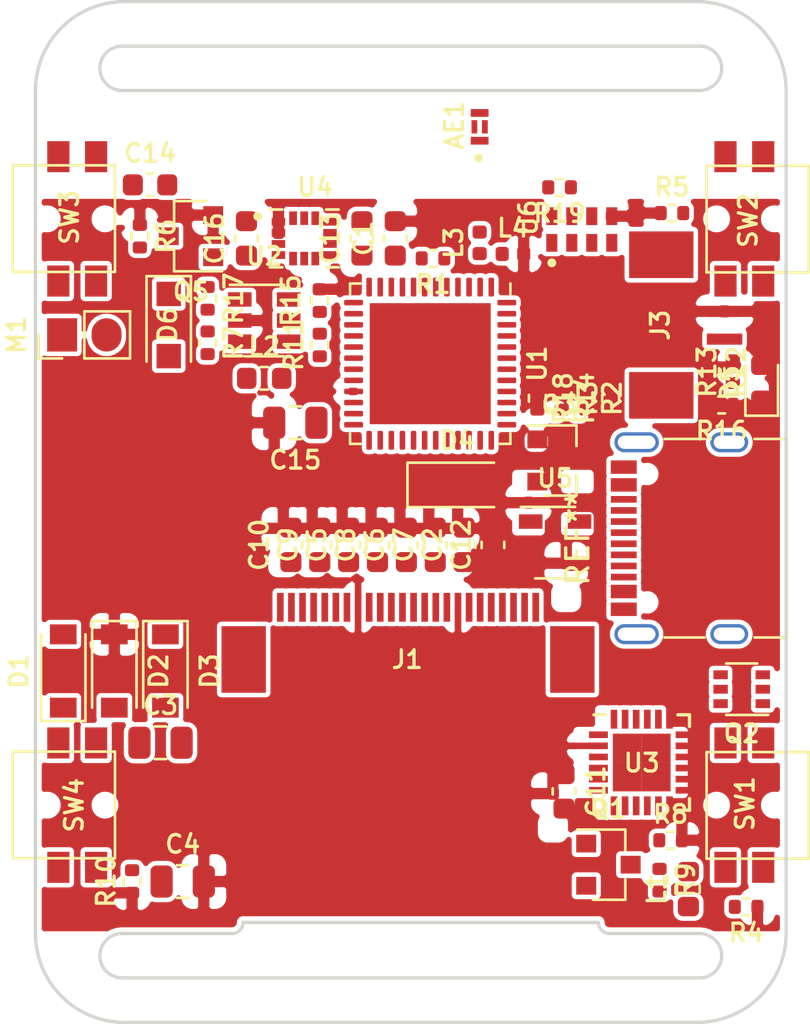
<source format=kicad_pcb>
(kicad_pcb (version 20171130) (host pcbnew 5.1.8-db9833491~88~ubuntu20.04.1)
  (layers (0 F.Cu signal) (31 B.Cu signal) (34 B.Paste user) (35 F.Paste user) (36 B.SilkS user) (37 F.SilkS user hide) (38 B.Mask user hide) (39 F.Mask user hide) (44 Edge.Cuts user))
  (net 0 "")
  (net 1 GND)
  (net 2 EN)
  (net 3 +3V3)
  (net 4 PREVGH)
  (net 5 PREVGL)
  (net 6 VBUS)
  (net 7 BUSY)
  (net 8 RES)
  (net 9 DC)
  (net 10 MOSI)
  (net 11 SCK)
  (net 12 SS)
  (net 13 RESE)
  (net 14 GDR)
  (net 15 "Net-(J2-Pad2)")
  (net 16 "Net-(J2-Pad3)")
  (net 17 RTS)
  (net 18 GPIO0)
  (net 19 DTR)
  (net 20 SDA)
  (net 21 SCL)
  (net 22 BTN_1)
  (net 23 BTN_2)
  (net 24 BTN_3)
  (net 25 +BATT)
  (net 26 "Net-(D5-Pad1)")
  (net 27 BTN_4)
  (net 28 ADC)
  (net 29 RTC_INT)
  (net 30 VIB_PWM)
  (net 31 TX)
  (net 32 RX)
  (net 33 ACC_INT_2)
  (net 34 ACC_INT_1)
  (net 35 "Net-(U3-Pad25)")
  (net 36 "Net-(C2-Pad1)")
  (net 37 "Net-(C3-Pad1)")
  (net 38 "Net-(C3-Pad2)")
  (net 39 "Net-(C6-Pad1)")
  (net 40 "Net-(C8-Pad1)")
  (net 41 "Net-(C9-Pad1)")
  (net 42 "Net-(C10-Pad1)")
  (net 43 "Net-(C14-Pad2)")
  (net 44 "Net-(Q5-Pad1)")
  (net 45 "Net-(D4-Pad1)")
  (net 46 "Net-(R16-Pad2)")
  (net 47 "Net-(AE1-Pad4)")
  (net 48 "Net-(C12-Pad1)")
  (net 49 "Net-(C15-Pad1)")
  (net 50 "Net-(L2-Pad1)")
  (net 51 "Net-(L3-Pad1)")
  (net 52 "Net-(R11-Pad2)")
  (net 53 "Net-(R18-Pad2)")
  (net 54 "Net-(R19-Pad2)")
  (module Connector_USB:USB_C_Receptacle_Palconn_UTC16-G (layer F.Cu) (at 97.7 94.31 90)
    (fp_text reference REF** (at 0 -4.58 90) (layer F.SilkS))
    (fp_text value USB_C_Receptacle_Palconn_UTC16-G)
    (pad A12 smd rect (at 3.2 -2.51 90) (size 0.6 1.16) (layers F.Cu F.Paste F.Mask))
    (pad A9 smd rect (at 2.4 -2.51 90) (size 0.6 1.16) (layers F.Cu F.Paste F.Mask))
    (pad B1 smd rect (at 3.2 -2.51 90) (size 0.6 1.16) (layers F.Cu F.Paste F.Mask))
    (pad B4 smd rect (at 2.4 -2.51 90) (size 0.6 1.16) (layers F.Cu F.Paste F.Mask))
    (pad B12 smd rect (at -3.2 -2.51 90) (size 0.6 1.16) (layers F.Cu F.Paste F.Mask))
    (pad A1 smd rect (at -3.2 -2.51 90) (size 0.6 1.16) (layers F.Cu F.Paste F.Mask))
    (pad B9 smd rect (at -2.4 -2.51 90) (size 0.6 1.16) (layers F.Cu F.Paste F.Mask))
    (pad A4 smd rect (at -2.4 -2.51 90) (size 0.6 1.16) (layers F.Cu F.Paste F.Mask))
    (pad "" np_thru_hole circle (at -2.89 -1.45 270) (size 0.6 0.6) (drill 0.6) (layers *.Cu *.Mask))
    (pad "" np_thru_hole circle (at 2.89 -1.45 270) (size 0.6 0.6) (drill 0.6) (layers *.Cu *.Mask))
    (pad B5 smd rect (at 1.75 -2.51 270) (size 0.3 1.16) (layers F.Cu F.Paste F.Mask))
    (pad B6 smd rect (at 0.75 -2.51 270) (size 0.3 1.16) (layers F.Cu F.Paste F.Mask))
    (pad A8 smd rect (at 1.25 -2.51 270) (size 0.3 1.16) (layers F.Cu F.Paste F.Mask))
    (pad A5 smd rect (at -1.25 -2.51 270) (size 0.3 1.16) (layers F.Cu F.Paste F.Mask))
    (pad B8 smd rect (at -1.75 -2.51 270) (size 0.3 1.16) (layers F.Cu F.Paste F.Mask))
    (pad A7 smd rect (at 0.25 -2.51 270) (size 0.3 1.16) (layers F.Cu F.Paste F.Mask))
    (pad A6 smd rect (at -0.25 -2.51 270) (size 0.3 1.16) (layers F.Cu F.Paste F.Mask))
    (pad B7 smd rect (at -0.75 -2.51 270) (size 0.3 1.16) (layers F.Cu F.Paste F.Mask))
    (pad S1 thru_hole oval (at 4.32 2.24 180) (size 1.7 0.9) (drill oval 1.4 0.6) (layers *.Cu *.Mask))
    (pad S1 thru_hole oval (at -4.32 2.24 180) (size 1.7 0.9) (drill oval 1.4 0.6) (layers *.Cu *.Mask))
    (pad S1 thru_hole oval (at 4.32 -1.93 180) (size 2 0.9) (drill oval 1.7 0.6) (layers *.Cu *.Mask))
    (pad S1 thru_hole oval (at -4.32 -1.93 180) (size 2 0.9) (drill oval 1.7 0.6) (layers *.Cu *.Mask))
  )
  (module Inductor_SMD:L_0603_1608Metric (layer F.Cu) (at 79 87.11)
    (fp_text reference L2 (at 0 -1.43) (layer F.SilkS) (effects (font (size 0.8 0.8))))
    (fp_text value 2u2H)
    (pad 2 smd roundrect (at 0.7875 0) (size 0.875 0.95) (layers F.Cu F.Paste F.Mask) (net 49 "Net-(C15-Pad1)"))
    (pad 1 smd roundrect (at -0.7875 0) (size 0.875 0.95) (layers F.Cu F.Paste F.Mask) (net 50 "Net-(L2-Pad1)"))
  )
  (module Inductor_SMD:L_0603_1608Metric (layer F.Cu) (at 98.1 110.11 90)
    (fp_text reference L1 (at 0 -1.43 90) (layer F.SilkS) (effects (font (size 0.8 0.8))))
    (fp_text value 2u2H)
    (pad 2 smd roundrect (at 0.7875 0 90) (size 0.875 0.95) (layers F.Cu F.Paste F.Mask) (net 3 +3V3))
    (pad 1 smd roundrect (at -0.7875 0 90) (size 0.875 0.95) (layers F.Cu F.Paste F.Mask) (net 38 "Net-(C3-Pad2)"))
  )
  (module Watchy:IC_RV-3028-C7 (layer F.Cu) (at 93.3 80.41 90)
    (fp_text reference U6 (at 0.532 -2.4064 90) (layer F.SilkS) (effects (font (size 0.8 0.8))))
    (fp_text value RV-3028-C7)
    (pad 8 smd rect (at 0.6 -1.35 90) (size 0.8 0.5) (layers F.Cu F.Paste F.Mask) (net 54 "Net-(R19-Pad2)"))
    (pad 7 smd rect (at 0.6 -0.45 90) (size 0.8 0.5) (layers F.Cu F.Paste F.Mask) (net 3 +3V3))
    (pad 6 smd rect (at 0.6 0.45 90) (size 0.8 0.5) (layers F.Cu F.Paste F.Mask) (net 25 +BATT))
    (pad 5 smd rect (at 0.6 1.35 90) (size 0.8 0.5) (layers F.Cu F.Paste F.Mask) (net 1 GND))
    (pad 4 smd rect (at -0.6 1.35 90) (size 0.8 0.5) (layers F.Cu F.Paste F.Mask) (net 20 SDA))
    (pad 3 smd rect (at -0.6 0.45 90) (size 0.8 0.5) (layers F.Cu F.Paste F.Mask) (net 21 SCL))
    (pad 2 smd rect (at -0.6 -0.45 90) (size 0.8 0.5) (layers F.Cu F.Paste F.Mask) (net 29 RTC_INT))
    (pad 1 smd rect (at -0.6 -1.35 90) (size 0.8 0.5) (layers F.Cu F.Paste F.Mask))
  )
  (module Package_TO_SOT_SMD:SOT-23-5 (layer F.Cu) (at 92.1 94.51)
    (fp_text reference U5 (at 0 -2.9) (layer F.SilkS) (effects (font (size 0.8 0.8))))
    (fp_text value TP4054)
    (pad 5 smd rect (at 1.1 -0.95) (size 1.06 0.65) (layers F.Cu F.Paste F.Mask) (net 53 "Net-(R18-Pad2)"))
    (pad 4 smd rect (at 1.1 0.95) (size 1.06 0.65) (layers F.Cu F.Paste F.Mask) (net 6 VBUS))
    (pad 3 smd rect (at -1.1 0.95) (size 1.06 0.65) (layers F.Cu F.Paste F.Mask) (net 25 +BATT))
    (pad 2 smd rect (at -1.1 0) (size 1.06 0.65) (layers F.Cu F.Paste F.Mask) (net 1 GND))
    (pad 1 smd rect (at -1.1 -0.95) (size 1.06 0.65) (layers F.Cu F.Paste F.Mask) (net 46 "Net-(R16-Pad2)"))
  )
  (module Watchy:PQFN50P250X300X86-14N (layer F.Cu) (at 80.8 80.81)
    (fp_text reference U4 (at 0.49 -2.308) (layer F.SilkS) (effects (font (size 0.8 0.8))))
    (fp_text value LSM6DSOXTR)
    (pad 14 smd rect (at -0.5 -0.91) (size 0.35 0.61) (layers F.Cu F.Paste) (net 20 SDA))
    (pad 13 smd rect (at 0 -0.91) (size 0.35 0.61) (layers F.Cu F.Paste) (net 21 SCL))
    (pad 12 smd rect (at 0.5 -0.91) (size 0.35 0.61) (layers F.Cu F.Paste) (net 3 +3V3))
    (pad 11 smd rect (at 1.16 -0.75) (size 0.61 0.35) (layers F.Cu F.Paste))
    (pad 10 smd rect (at 1.16 -0.25) (size 0.61 0.35) (layers F.Cu F.Paste))
    (pad 9 smd rect (at 1.16 0.25) (size 0.61 0.35) (layers F.Cu F.Paste) (net 33 ACC_INT_2))
    (pad 8 smd rect (at 1.16 0.75) (size 0.61 0.35) (layers F.Cu F.Paste) (net 3 +3V3))
    (pad 7 smd rect (at 0.5 0.91) (size 0.35 0.61) (layers F.Cu F.Paste) (net 1 GND))
    (pad 6 smd rect (at 0 0.91) (size 0.35 0.61) (layers F.Cu F.Paste) (net 1 GND))
    (pad 5 smd rect (at -0.5 0.91) (size 0.35 0.61) (layers F.Cu F.Paste) (net 3 +3V3))
    (pad 4 smd rect (at -1.16 0.75) (size 0.61 0.35) (layers F.Cu F.Paste) (net 34 ACC_INT_1))
    (pad 3 smd rect (at -1.16 0.25) (size 0.61 0.35) (layers F.Cu F.Paste) (net 1 GND))
    (pad 2 smd rect (at -1.16 -0.25) (size 0.61 0.35) (layers F.Cu F.Paste) (net 1 GND))
    (pad 1 smd rect (at -1.16 -0.75) (size 0.61 0.35) (layers F.Cu F.Paste) (net 1 GND))
  )
  (module Package_TO_SOT_SMD:SOT-23-6 (layer F.Cu) (at 79 84.51)
    (fp_text reference U2 (at 0 -2.9) (layer F.SilkS) (effects (font (size 0.8 0.8))))
    (fp_text value MT3420C)
    (pad 5 smd rect (at 1.1 0) (size 1.06 0.65) (layers F.Cu F.Paste F.Mask))
    (pad 6 smd rect (at 1.1 -0.95) (size 1.06 0.65) (layers F.Cu F.Paste F.Mask) (net 52 "Net-(R11-Pad2)"))
    (pad 4 smd rect (at 1.1 0.95) (size 1.06 0.65) (layers F.Cu F.Paste F.Mask) (net 45 "Net-(D4-Pad1)"))
    (pad 3 smd rect (at -1.1 0.95) (size 1.06 0.65) (layers F.Cu F.Paste F.Mask) (net 50 "Net-(L2-Pad1)"))
    (pad 2 smd rect (at -1.1 0) (size 1.06 0.65) (layers F.Cu F.Paste F.Mask) (net 1 GND))
    (pad 1 smd rect (at -1.1 -0.95) (size 1.06 0.65) (layers F.Cu F.Paste F.Mask) (net 45 "Net-(D4-Pad1)"))
  )
  (module Package_DFN_QFN:QFN-48-1EP_7x7mm_P0.5mm_EP5.45x5.45mm (layer F.Cu) (at 86.47375 86.45125 270)
    (fp_text reference U1 (at 0 -4.82 90) (layer F.SilkS) (effects (font (size 0.8 0.8))))
    (fp_text value ESP32-PICO-D4)
    (pad 49 smd rect (at 0 0 270) (size 5.45 5.45) (layers F.Cu F.Mask) (net 1 GND))
    (pad 48 smd roundrect (at -2.75 -3.45 270) (size 0.25 0.85) (layers F.Cu F.Paste F.Mask))
    (pad 47 smd roundrect (at -2.25 -3.45 270) (size 0.25 0.85) (layers F.Cu F.Paste F.Mask))
    (pad 46 smd roundrect (at -1.75 -3.45 270) (size 0.25 0.85) (layers F.Cu F.Paste F.Mask) (net 3 +3V3))
    (pad 45 smd roundrect (at -1.25 -3.45 270) (size 0.25 0.85) (layers F.Cu F.Paste F.Mask))
    (pad 44 smd roundrect (at -0.75 -3.45 270) (size 0.25 0.85) (layers F.Cu F.Paste F.Mask))
    (pad 43 smd roundrect (at -0.25 -3.45 270) (size 0.25 0.85) (layers F.Cu F.Paste F.Mask) (net 3 +3V3))
    (pad 42 smd roundrect (at 0.25 -3.45 270) (size 0.25 0.85) (layers F.Cu F.Paste F.Mask) (net 20 SDA))
    (pad 41 smd roundrect (at 0.75 -3.45 270) (size 0.25 0.85) (layers F.Cu F.Paste F.Mask) (net 31 TX))
    (pad 40 smd roundrect (at 1.25 -3.45 270) (size 0.25 0.85) (layers F.Cu F.Paste F.Mask) (net 32 RX))
    (pad 39 smd roundrect (at 1.75 -3.45 270) (size 0.25 0.85) (layers F.Cu F.Paste F.Mask) (net 21 SCL))
    (pad 38 smd roundrect (at 2.25 -3.45 270) (size 0.25 0.85) (layers F.Cu F.Paste F.Mask) (net 7 BUSY))
    (pad 37 smd roundrect (at 2.75 -3.45 270) (size 0.25 0.85) (layers F.Cu F.Paste F.Mask) (net 3 +3V3))
    (pad 36 smd roundrect (at 3.45 -2.75 270) (size 0.85 0.25) (layers F.Cu F.Paste F.Mask) (net 10 MOSI))
    (pad 35 smd roundrect (at 3.45 -2.25 270) (size 0.85 0.25) (layers F.Cu F.Paste F.Mask) (net 11 SCK))
    (pad 34 smd roundrect (at 3.45 -1.75 270) (size 0.85 0.25) (layers F.Cu F.Paste F.Mask) (net 12 SS))
    (pad 33 smd roundrect (at 3.45 -1.25 270) (size 0.85 0.25) (layers F.Cu F.Paste F.Mask))
    (pad 32 smd roundrect (at 3.45 -0.75 270) (size 0.85 0.25) (layers F.Cu F.Paste F.Mask))
    (pad 31 smd roundrect (at 3.45 -0.25 270) (size 0.85 0.25) (layers F.Cu F.Paste F.Mask))
    (pad 30 smd roundrect (at 3.45 0.25 270) (size 0.85 0.25) (layers F.Cu F.Paste F.Mask))
    (pad 29 smd roundrect (at 3.45 0.75 270) (size 0.85 0.25) (layers F.Cu F.Paste F.Mask) (net 9 DC))
    (pad 28 smd roundrect (at 3.45 1.25 270) (size 0.85 0.25) (layers F.Cu F.Paste F.Mask) (net 8 RES))
    (pad 27 smd roundrect (at 3.45 1.75 270) (size 0.85 0.25) (layers F.Cu F.Paste F.Mask))
    (pad 26 smd roundrect (at 3.45 2.25 270) (size 0.85 0.25) (layers F.Cu F.Paste F.Mask))
    (pad 25 smd roundrect (at 3.45 2.75 270) (size 0.85 0.25) (layers F.Cu F.Paste F.Mask))
    (pad 24 smd roundrect (at 2.75 3.45 270) (size 0.25 0.85) (layers F.Cu F.Paste F.Mask) (net 27 BTN_4))
    (pad 23 smd roundrect (at 2.25 3.45 270) (size 0.25 0.85) (layers F.Cu F.Paste F.Mask) (net 18 GPIO0))
    (pad 22 smd roundrect (at 1.75 3.45 270) (size 0.25 0.85) (layers F.Cu F.Paste F.Mask))
    (pad 21 smd roundrect (at 1.25 3.45 270) (size 0.25 0.85) (layers F.Cu F.Paste F.Mask) (net 1 GND))
    (pad 20 smd roundrect (at 0.75 3.45 270) (size 0.25 0.85) (layers F.Cu F.Paste F.Mask) (net 30 VIB_PWM))
    (pad 19 smd roundrect (at 0.25 3.45 270) (size 0.25 0.85) (layers F.Cu F.Paste F.Mask) (net 3 +3V3))
    (pad 18 smd roundrect (at -0.25 3.45 270) (size 0.25 0.85) (layers F.Cu F.Paste F.Mask) (net 33 ACC_INT_2))
    (pad 17 smd roundrect (at -0.75 3.45 270) (size 0.25 0.85) (layers F.Cu F.Paste F.Mask) (net 34 ACC_INT_1))
    (pad 16 smd roundrect (at -1.25 3.45 270) (size 0.25 0.85) (layers F.Cu F.Paste F.Mask) (net 29 RTC_INT))
    (pad 15 smd roundrect (at -1.75 3.45 270) (size 0.25 0.85) (layers F.Cu F.Paste F.Mask) (net 22 BTN_1))
    (pad 14 smd roundrect (at -2.25 3.45 270) (size 0.25 0.85) (layers F.Cu F.Paste F.Mask) (net 23 BTN_2))
    (pad 13 smd roundrect (at -2.75 3.45 270) (size 0.25 0.85) (layers F.Cu F.Paste F.Mask) (net 28 ADC))
    (pad 12 smd roundrect (at -3.45 2.75 270) (size 0.85 0.25) (layers F.Cu F.Paste F.Mask) (net 24 BTN_3))
    (pad 11 smd roundrect (at -3.45 2.25 270) (size 0.85 0.25) (layers F.Cu F.Paste F.Mask))
    (pad 10 smd roundrect (at -3.45 1.75 270) (size 0.85 0.25) (layers F.Cu F.Paste F.Mask))
    (pad 9 smd roundrect (at -3.45 1.25 270) (size 0.85 0.25) (layers F.Cu F.Paste F.Mask) (net 2 EN))
    (pad 8 smd roundrect (at -3.45 0.75 270) (size 0.85 0.25) (layers F.Cu F.Paste F.Mask))
    (pad 7 smd roundrect (at -3.45 0.25 270) (size 0.85 0.25) (layers F.Cu F.Paste F.Mask))
    (pad 6 smd roundrect (at -3.45 -0.25 270) (size 0.85 0.25) (layers F.Cu F.Paste F.Mask))
    (pad 5 smd roundrect (at -3.45 -0.75 270) (size 0.85 0.25) (layers F.Cu F.Paste F.Mask))
    (pad 4 smd roundrect (at -3.45 -1.25 270) (size 0.85 0.25) (layers F.Cu F.Paste F.Mask) (net 3 +3V3))
    (pad 3 smd roundrect (at -3.45 -1.75 270) (size 0.85 0.25) (layers F.Cu F.Paste F.Mask) (net 3 +3V3))
    (pad 2 smd roundrect (at -3.45 -2.25 270) (size 0.85 0.25) (layers F.Cu F.Paste F.Mask) (net 51 "Net-(L3-Pad1)"))
    (pad 1 smd roundrect (at -3.45 -2.75 270) (size 0.85 0.25) (layers F.Cu F.Paste F.Mask) (net 3 +3V3))
  )
  (module Resistor_SMD:R_0402_1005Metric (layer F.Cu) (at 92.3 78.51 180)
    (fp_text reference R19 (at 0 -1.17) (layer F.SilkS) (effects (font (size 0.8 0.8))))
    (fp_text value 10K)
    (pad 2 smd roundrect (at 0.51 0 180) (size 0.54 0.64) (layers F.Cu F.Paste F.Mask) (net 54 "Net-(R19-Pad2)"))
    (pad 1 smd roundrect (at -0.51 0 180) (size 0.54 0.64) (layers F.Cu F.Paste F.Mask) (net 3 +3V3))
  )
  (module Resistor_SMD:R_0402_1005Metric (layer F.Cu) (at 91.3 88.01 270)
    (fp_text reference R18 (at 0 -1.17 90) (layer F.SilkS) (effects (font (size 0.8 0.8))))
    (fp_text value 10K)
    (pad 2 smd roundrect (at 0.51 0 270) (size 0.54 0.64) (layers F.Cu F.Paste F.Mask) (net 53 "Net-(R18-Pad2)"))
    (pad 1 smd roundrect (at -0.51 0 270) (size 0.54 0.64) (layers F.Cu F.Paste F.Mask) (net 1 GND))
  )
  (module Resistor_SMD:R_0402_1005Metric (layer F.Cu) (at 76.45 83.51 270)
    (fp_text reference R17 (at 0 -1.17 90) (layer F.SilkS) (effects (font (size 0.8 0.8))))
    (fp_text value 1K)
    (pad 2 smd roundrect (at 0.51 0 270) (size 0.54 0.64) (layers F.Cu F.Paste F.Mask) (net 30 VIB_PWM))
    (pad 1 smd roundrect (at -0.51 0 270) (size 0.54 0.64) (layers F.Cu F.Paste F.Mask) (net 44 "Net-(Q5-Pad1)"))
  )
  (module Resistor_SMD:R_0402_1005Metric (layer F.Cu) (at 99.6 88.31 180)
    (fp_text reference R16 (at 0 -1.17) (layer F.SilkS) (effects (font (size 0.8 0.8))))
    (fp_text value 1K)
    (pad 2 smd roundrect (at 0.51 0 180) (size 0.54 0.64) (layers F.Cu F.Paste F.Mask) (net 46 "Net-(R16-Pad2)"))
    (pad 1 smd roundrect (at -0.51 0 180) (size 0.54 0.64) (layers F.Cu F.Paste F.Mask) (net 26 "Net-(D5-Pad1)"))
  )
  (module Resistor_SMD:R_0402_1005Metric (layer F.Cu) (at 81.5 83.61 90)
    (fp_text reference R15 (at 0 -1.3 90) (layer F.SilkS) (effects (font (size 0.8 0.8))))
    (fp_text value 100K)
    (pad 2 smd roundrect (at 0.51 0 90) (size 0.54 0.64) (layers F.Cu F.Paste F.Mask) (net 1 GND))
    (pad 1 smd roundrect (at -0.51 0 90) (size 0.54 0.64) (layers F.Cu F.Paste F.Mask) (net 52 "Net-(R11-Pad2)"))
  )
  (module Resistor_SMD:R_0402_1005Metric (layer F.Cu) (at 94.6 88.01 90)
    (fp_text reference R14 (at 0 -1.17 90) (layer F.SilkS) (effects (font (size 0.8 0.8))))
    (fp_text value 10K)
    (pad 2 smd roundrect (at 0.51 0 90) (size 0.54 0.64) (layers F.Cu F.Paste F.Mask) (net 1 GND))
    (pad 1 smd roundrect (at -0.51 0 90) (size 0.54 0.64) (layers F.Cu F.Paste F.Mask) (net 6 VBUS))
  )
  (module Resistor_SMD:R_0402_1005Metric (layer F.Cu) (at 100.1 86.81 90)
    (fp_text reference R13 (at 0 -1.17 90) (layer F.SilkS) (effects (font (size 0.8 0.8))))
    (fp_text value 100K)
    (pad 2 smd roundrect (at 0.51 0 90) (size 0.54 0.64) (layers F.Cu F.Paste F.Mask) (net 1 GND))
    (pad 1 smd roundrect (at -0.51 0 90) (size 0.54 0.64) (layers F.Cu F.Paste F.Mask) (net 28 ADC))
  )
  (module Resistor_SMD:R_0402_1005Metric (layer F.Cu) (at 99.1 86.81 270)
    (fp_text reference R12 (at 0 -1.17 90) (layer F.SilkS) (effects (font (size 0.8 0.8))))
    (fp_text value 100K)
    (pad 2 smd roundrect (at 0.51 0 270) (size 0.54 0.64) (layers F.Cu F.Paste F.Mask) (net 28 ADC))
    (pad 1 smd roundrect (at -0.51 0 270) (size 0.54 0.64) (layers F.Cu F.Paste F.Mask) (net 25 +BATT))
  )
  (module Resistor_SMD:R_0402_1005Metric (layer F.Cu) (at 81.5 85.61 90)
    (fp_text reference R11 (at 0 -1.17 90) (layer F.SilkS) (effects (font (size 0.8 0.8))))
    (fp_text value 430k)
    (pad 2 smd roundrect (at 0.51 0 90) (size 0.54 0.64) (layers F.Cu F.Paste F.Mask) (net 52 "Net-(R11-Pad2)"))
    (pad 1 smd roundrect (at -0.51 0 90) (size 0.54 0.64) (layers F.Cu F.Paste F.Mask) (net 49 "Net-(C15-Pad1)"))
  )
  (module Resistor_SMD:R_0402_1005Metric (layer F.Cu) (at 73.05 109.77 90)
    (fp_text reference R10 (at 0 -1.17 90) (layer F.SilkS) (effects (font (size 0.8 0.8))))
    (fp_text value 10K)
    (pad 2 smd roundrect (at 0.51 0 90) (size 0.54 0.64) (layers F.Cu F.Paste F.Mask) (net 27 BTN_4))
    (pad 1 smd roundrect (at -0.51 0 90) (size 0.54 0.64) (layers F.Cu F.Paste F.Mask) (net 1 GND))
  )
  (module Resistor_SMD:R_0402_1005Metric (layer F.Cu) (at 96.8 109.71 270)
    (fp_text reference R9 (at 0 -1.17 90) (layer F.SilkS) (effects (font (size 0.8 0.8))))
    (fp_text value 3)
    (pad 2 smd roundrect (at 0.51 0 270) (size 0.54 0.64) (layers F.Cu F.Paste F.Mask) (net 13 RESE))
    (pad 1 smd roundrect (at -0.51 0 270) (size 0.54 0.64) (layers F.Cu F.Paste F.Mask) (net 1 GND))
  )
  (module Resistor_SMD:R_0402_1005Metric (layer F.Cu) (at 97.3 107.91)
    (fp_text reference R8 (at 0 -1.17) (layer F.SilkS) (effects (font (size 0.8 0.8))))
    (fp_text value 10K)
    (pad 2 smd roundrect (at 0.51 0) (size 0.54 0.64) (layers F.Cu F.Paste F.Mask) (net 1 GND))
    (pad 1 smd roundrect (at -0.51 0) (size 0.54 0.64) (layers F.Cu F.Paste F.Mask) (net 14 GDR))
  )
  (module Resistor_SMD:R_0402_1005Metric (layer F.Cu) (at 76.45 85.51 270)
    (fp_text reference R7 (at 0 -1.17 90) (layer F.SilkS) (effects (font (size 0.8 0.8))))
    (fp_text value 10K)
    (pad 2 smd roundrect (at 0.51 0 270) (size 0.54 0.64) (layers F.Cu F.Paste F.Mask) (net 29 RTC_INT))
    (pad 1 smd roundrect (at -0.51 0 270) (size 0.54 0.64) (layers F.Cu F.Paste F.Mask) (net 3 +3V3))
  )
  (module Resistor_SMD:R_0402_1005Metric (layer F.Cu) (at 73.4 80.71 270)
    (fp_text reference R6 (at 0 -1.17 90) (layer F.SilkS) (effects (font (size 0.8 0.8))))
    (fp_text value 10K)
    (pad 2 smd roundrect (at 0.51 0 270) (size 0.54 0.64) (layers F.Cu F.Paste F.Mask) (net 24 BTN_3))
    (pad 1 smd roundrect (at -0.51 0 270) (size 0.54 0.64) (layers F.Cu F.Paste F.Mask) (net 1 GND))
  )
  (module Resistor_SMD:R_0402_1005Metric (layer F.Cu) (at 97.36 79.67)
    (fp_text reference R5 (at 0 -1.17) (layer F.SilkS) (effects (font (size 0.8 0.8))))
    (fp_text value 10K)
    (pad 2 smd roundrect (at 0.51 0) (size 0.54 0.64) (layers F.Cu F.Paste F.Mask) (net 23 BTN_2))
    (pad 1 smd roundrect (at -0.51 0) (size 0.54 0.64) (layers F.Cu F.Paste F.Mask) (net 1 GND))
  )
  (module Resistor_SMD:R_0402_1005Metric (layer F.Cu) (at 100.7 110.91 180)
    (fp_text reference R4 (at 0 -1.17) (layer F.SilkS) (effects (font (size 0.8 0.8))))
    (fp_text value 10K)
    (pad 2 smd roundrect (at 0.51 0 180) (size 0.54 0.64) (layers F.Cu F.Paste F.Mask) (net 22 BTN_1))
    (pad 1 smd roundrect (at -0.51 0 180) (size 0.54 0.64) (layers F.Cu F.Paste F.Mask) (net 1 GND))
  )
  (module Resistor_SMD:R_0402_1005Metric (layer F.Cu) (at 92.4 88.01 270)
    (fp_text reference R3 (at 0 -1.17 90) (layer F.SilkS) (effects (font (size 0.8 0.8))))
    (fp_text value 4.7K)
    (pad 2 smd roundrect (at 0.51 0 270) (size 0.54 0.64) (layers F.Cu F.Paste F.Mask) (net 20 SDA))
    (pad 1 smd roundrect (at -0.51 0 270) (size 0.54 0.64) (layers F.Cu F.Paste F.Mask) (net 3 +3V3))
  )
  (module Resistor_SMD:R_0402_1005Metric (layer F.Cu) (at 93.5 88.01 270)
    (fp_text reference R2 (at 0 -1.17 90) (layer F.SilkS) (effects (font (size 0.8 0.8))))
    (fp_text value 4.7K)
    (pad 2 smd roundrect (at 0.51 0 270) (size 0.54 0.64) (layers F.Cu F.Paste F.Mask) (net 21 SCL))
    (pad 1 smd roundrect (at -0.51 0 270) (size 0.54 0.64) (layers F.Cu F.Paste F.Mask) (net 3 +3V3))
  )
  (module Resistor_SMD:R_0402_1005Metric (layer F.Cu) (at 86.6 81.71 180)
    (fp_text reference R1 (at 0 -1.17) (layer F.SilkS) (effects (font (size 0.8 0.8))))
    (fp_text value 10K)
    (pad 2 smd roundrect (at 0.51 0 180) (size 0.54 0.64) (layers F.Cu F.Paste F.Mask) (net 2 EN))
    (pad 1 smd roundrect (at -0.51 0 180) (size 0.54 0.64) (layers F.Cu F.Paste F.Mask) (net 3 +3V3))
  )
  (module Package_TO_SOT_SMD:SOT-23 (layer F.Cu) (at 75.7 80.71 180)
    (fp_text reference Q5 (at 0 -2.5) (layer F.SilkS) (effects (font (size 0.8 0.8))))
    (fp_text value S8050)
    (pad 3 smd rect (at 1 0 180) (size 0.9 0.8) (layers F.Cu F.Paste F.Mask) (net 43 "Net-(C14-Pad2)"))
    (pad 2 smd rect (at -1 0.95 180) (size 0.9 0.8) (layers F.Cu F.Paste F.Mask) (net 1 GND))
    (pad 1 smd rect (at -1 -0.95 180) (size 0.9 0.8) (layers F.Cu F.Paste F.Mask) (net 44 "Net-(Q5-Pad1)"))
  )
  (module Package_TO_SOT_SMD:SOT-23 (layer F.Cu) (at 92.3 90.81)
    (fp_text reference Q3 (at 0 -2.5) (layer F.SilkS) (effects (font (size 0.8 0.8))))
    (fp_text value CJ2301)
    (pad 3 smd rect (at 1 0) (size 0.9 0.8) (layers F.Cu F.Paste F.Mask) (net 25 +BATT))
    (pad 2 smd rect (at -1 0.95) (size 0.9 0.8) (layers F.Cu F.Paste F.Mask) (net 45 "Net-(D4-Pad1)"))
    (pad 1 smd rect (at -1 -0.95) (size 0.9 0.8) (layers F.Cu F.Paste F.Mask) (net 6 VBUS))
  )
  (module Package_TO_SOT_SMD:SOT-363_SC-70-6 (layer F.Cu) (at 100.5 101.11 180)
    (fp_text reference Q2 (at 0 -2) (layer F.SilkS) (effects (font (size 0.8 0.8))))
    (fp_text value UMH3N)
    (pad 6 smd rect (at 0.95 -0.65 180) (size 0.65 0.4) (layers F.Cu F.Paste F.Mask) (net 2 EN))
    (pad 4 smd rect (at 0.95 0.65 180) (size 0.65 0.4) (layers F.Cu F.Paste F.Mask) (net 19 DTR))
    (pad 2 smd rect (at -0.95 0 180) (size 0.65 0.4) (layers F.Cu F.Paste F.Mask) (net 19 DTR))
    (pad 5 smd rect (at 0.95 0 180) (size 0.65 0.4) (layers F.Cu F.Paste F.Mask) (net 17 RTS))
    (pad 3 smd rect (at -0.95 0.65 180) (size 0.65 0.4) (layers F.Cu F.Paste F.Mask) (net 18 GPIO0))
    (pad 1 smd rect (at -0.95 -0.65 180) (size 0.65 0.4) (layers F.Cu F.Paste F.Mask) (net 17 RTS))
  )
  (module Package_TO_SOT_SMD:SOT-23 (layer F.Cu) (at 94.5 109.01)
    (fp_text reference Q1 (at 0 -2.5) (layer F.SilkS) (effects (font (size 0.8 0.8))))
    (fp_text value AO3400A)
    (pad 3 smd rect (at 1 0) (size 0.9 0.8) (layers F.Cu F.Paste F.Mask) (net 38 "Net-(C3-Pad2)"))
    (pad 2 smd rect (at -1 0.95) (size 0.9 0.8) (layers F.Cu F.Paste F.Mask) (net 13 RESE))
    (pad 1 smd rect (at -1 -0.95) (size 0.9 0.8) (layers F.Cu F.Paste F.Mask) (net 14 GDR))
  )
  (module Inductor_SMD:L_0402_1005Metric (layer F.Cu) (at 90.2 81.51)
    (fp_text reference L4 (at 0 -1.17) (layer F.SilkS) (effects (font (size 0.8 0.8))))
    (fp_text value 3nH)
    (pad 2 smd roundrect (at 0.485 0) (size 0.59 0.64) (layers F.Cu F.Paste F.Mask) (net 1 GND))
    (pad 1 smd roundrect (at -0.485 0) (size 0.59 0.64) (layers F.Cu F.Paste F.Mask) (net 51 "Net-(L3-Pad1)"))
  )
  (module Inductor_SMD:L_0402_1005Metric (layer F.Cu) (at 88.7 81.01 90)
    (fp_text reference L3 (at 0 -1.17 90) (layer F.SilkS) (effects (font (size 0.8 0.8))))
    (fp_text value 2nH)
    (pad 2 smd roundrect (at 0.485 0 90) (size 0.59 0.64) (layers F.Cu F.Paste F.Mask) (net 47 "Net-(AE1-Pad4)"))
    (pad 1 smd roundrect (at -0.485 0 90) (size 0.59 0.64) (layers F.Cu F.Paste F.Mask) (net 51 "Net-(L3-Pad1)"))
  )
  (module LED_SMD:LED_0603_1608Metric (layer F.Cu) (at 101.4 87.31 90)
    (fp_text reference D5 (at 0 -1.43 90) (layer F.SilkS) (effects (font (size 0.8 0.8))))
    (fp_text value LED)
    (pad 2 smd roundrect (at 0.7875 0 90) (size 0.875 0.95) (layers F.Cu F.Paste F.Mask) (net 6 VBUS))
    (pad 1 smd roundrect (at -0.7875 0 90) (size 0.875 0.95) (layers F.Cu F.Paste F.Mask) (net 26 "Net-(D5-Pad1)"))
  )
  (module Diode_SMD:D_SOD-123 (layer F.Cu) (at 87.7 91.91)
    (fp_text reference D4 (at 0 -2) (layer F.SilkS) (effects (font (size 0.8 0.8))))
    (fp_text value MBR0530)
    (pad 2 smd rect (at 1.65 0) (size 0.9 1.2) (layers F.Cu F.Paste F.Mask) (net 6 VBUS))
    (pad 1 smd rect (at -1.65 0) (size 0.9 1.2) (layers F.Cu F.Paste F.Mask) (net 45 "Net-(D4-Pad1)"))
  )
  (module Diode_SMD:D_SOD-123 (layer F.Cu) (at 74.55 100.29 270)
    (fp_text reference D3 (at 0 -2 90) (layer F.SilkS) (effects (font (size 0.8 0.8))))
    (fp_text value MBR0530)
    (pad 2 smd rect (at 1.65 0 270) (size 0.9 1.2) (layers F.Cu F.Paste F.Mask) (net 38 "Net-(C3-Pad2)"))
    (pad 1 smd rect (at -1.65 0 270) (size 0.9 1.2) (layers F.Cu F.Paste F.Mask) (net 4 PREVGH))
  )
  (module Diode_SMD:D_SOD-123 (layer F.Cu) (at 72.25 100.29 270)
    (fp_text reference D2 (at 0 -2 90) (layer F.SilkS) (effects (font (size 0.8 0.8))))
    (fp_text value MBR0530)
    (pad 2 smd rect (at 1.65 0 270) (size 0.9 1.2) (layers F.Cu F.Paste F.Mask) (net 37 "Net-(C3-Pad1)"))
    (pad 1 smd rect (at -1.65 0 270) (size 0.9 1.2) (layers F.Cu F.Paste F.Mask) (net 1 GND))
  )
  (module Diode_SMD:D_SOD-123 (layer F.Cu) (at 69.95 100.29 90)
    (fp_text reference D1 (at 0 -2 90) (layer F.SilkS) (effects (font (size 0.8 0.8))))
    (fp_text value MBR0530)
    (pad 2 smd rect (at 1.65 0 90) (size 0.9 1.2) (layers F.Cu F.Paste F.Mask) (net 5 PREVGL))
    (pad 1 smd rect (at -1.65 0 90) (size 0.9 1.2) (layers F.Cu F.Paste F.Mask) (net 37 "Net-(C3-Pad1)"))
  )
  (module Capacitor_SMD:C_0603_1608Metric (layer F.Cu) (at 78.2 80.81 90)
    (fp_text reference C16 (at 0 -1.43 90) (layer F.SilkS) (effects (font (size 0.8 0.8))))
    (fp_text value 100nF)
    (pad 2 smd roundrect (at 0.775 0 90) (size 0.9 0.95) (layers F.Cu F.Paste F.Mask) (net 1 GND))
    (pad 1 smd roundrect (at -0.775 0 90) (size 0.9 0.95) (layers F.Cu F.Paste F.Mask) (net 3 +3V3))
  )
  (module Capacitor_SMD:C_0805_2012Metric (layer F.Cu) (at 80.4 89.11 180)
    (fp_text reference C15 (at 0 -1.68) (layer F.SilkS) (effects (font (size 0.8 0.8))))
    (fp_text value 4.7uF/50V)
    (pad 2 smd roundrect (at 0.95 0 180) (size 1 1.45) (layers F.Cu F.Paste F.Mask) (net 1 GND))
    (pad 1 smd roundrect (at -0.95 0 180) (size 1 1.45) (layers F.Cu F.Paste F.Mask) (net 49 "Net-(C15-Pad1)"))
  )
  (module Capacitor_SMD:C_0603_1608Metric (layer F.Cu) (at 73.86 78.4)
    (fp_text reference C14 (at 0 -1.43) (layer F.SilkS) (effects (font (size 0.8 0.8))))
    (fp_text value 100nF)
    (pad 2 smd roundrect (at 0.775 0) (size 0.9 0.95) (layers F.Cu F.Paste F.Mask) (net 43 "Net-(C14-Pad2)"))
    (pad 1 smd roundrect (at -0.775 0) (size 0.9 0.95) (layers F.Cu F.Paste F.Mask) (net 3 +3V3))
  )
  (module Capacitor_SMD:C_0603_1608Metric (layer F.Cu) (at 83.4 80.81 90)
    (fp_text reference C13 (at 0 -1.43 90) (layer F.SilkS) (effects (font (size 0.8 0.8))))
    (fp_text value 100nF)
    (pad 2 smd roundrect (at 0.775 0 90) (size 0.9 0.95) (layers F.Cu F.Paste F.Mask) (net 3 +3V3))
    (pad 1 smd roundrect (at -0.775 0 90) (size 0.9 0.95) (layers F.Cu F.Paste F.Mask) (net 1 GND))
  )
  (module Capacitor_SMD:C_0603_1608Metric (layer F.Cu) (at 89.3 94.61 90)
    (fp_text reference C12 (at 0 -1.43 90) (layer F.SilkS) (effects (font (size 0.8 0.8))))
    (fp_text value 1uF/50V)
    (pad 2 smd roundrect (at 0.775 0 90) (size 0.9 0.95) (layers F.Cu F.Paste F.Mask) (net 1 GND))
    (pad 1 smd roundrect (at -0.775 0 90) (size 0.9 0.95) (layers F.Cu F.Paste F.Mask) (net 48 "Net-(C12-Pad1)"))
  )
  (module Capacitor_SMD:C_0603_1608Metric (layer F.Cu) (at 92.5 105.71 270)
    (fp_text reference C11 (at 0 -1.43 90) (layer F.SilkS) (effects (font (size 0.8 0.8))))
    (fp_text value 100nF)
    (pad 2 smd roundrect (at 0.775 0 270) (size 0.9 0.95) (layers F.Cu F.Paste F.Mask) (net 6 VBUS))
    (pad 1 smd roundrect (at -0.775 0 270) (size 0.9 0.95) (layers F.Cu F.Paste F.Mask) (net 1 GND))
  )
  (module Capacitor_SMD:C_0603_1608Metric (layer F.Cu) (at 80.2 94.61 90)
    (fp_text reference C10 (at 0 -1.43 90) (layer F.SilkS) (effects (font (size 0.8 0.8))))
    (fp_text value 1uF/50V)
    (pad 2 smd roundrect (at 0.775 0 90) (size 0.9 0.95) (layers F.Cu F.Paste F.Mask) (net 1 GND))
    (pad 1 smd roundrect (at -0.775 0 90) (size 0.9 0.95) (layers F.Cu F.Paste F.Mask) (net 42 "Net-(C10-Pad1)"))
  )
  (module Capacitor_SMD:C_0603_1608Metric (layer F.Cu) (at 81.5 94.61 90)
    (fp_text reference C9 (at 0 -1.43 90) (layer F.SilkS) (effects (font (size 0.8 0.8))))
    (fp_text value 1uF/50V)
    (pad 2 smd roundrect (at 0.775 0 90) (size 0.9 0.95) (layers F.Cu F.Paste F.Mask) (net 1 GND))
    (pad 1 smd roundrect (at -0.775 0 90) (size 0.9 0.95) (layers F.Cu F.Paste F.Mask) (net 41 "Net-(C9-Pad1)"))
  )
  (module Capacitor_SMD:C_0603_1608Metric (layer F.Cu) (at 84.1 94.61 90)
    (fp_text reference C8 (at 0 -1.43 90) (layer F.SilkS) (effects (font (size 0.8 0.8))))
    (fp_text value 1uF/50V)
    (pad 2 smd roundrect (at 0.775 0 90) (size 0.9 0.95) (layers F.Cu F.Paste F.Mask) (net 1 GND))
    (pad 1 smd roundrect (at -0.775 0 90) (size 0.9 0.95) (layers F.Cu F.Paste F.Mask) (net 40 "Net-(C8-Pad1)"))
  )
  (module Capacitor_SMD:C_0603_1608Metric (layer F.Cu) (at 86.7 94.61 90)
    (fp_text reference C7 (at 0 -1.43 90) (layer F.SilkS) (effects (font (size 0.8 0.8))))
    (fp_text value 1uF/50V)
    (pad 2 smd roundrect (at 0.775 0 90) (size 0.9 0.95) (layers F.Cu F.Paste F.Mask) (net 1 GND))
    (pad 1 smd roundrect (at -0.775 0 90) (size 0.9 0.95) (layers F.Cu F.Paste F.Mask) (net 3 +3V3))
  )
  (module Capacitor_SMD:C_0603_1608Metric (layer F.Cu) (at 85.4 94.61 90)
    (fp_text reference C6 (at 0 -1.43 90) (layer F.SilkS) (effects (font (size 0.8 0.8))))
    (fp_text value 1uF/50V)
    (pad 2 smd roundrect (at 0.775 0 90) (size 0.9 0.95) (layers F.Cu F.Paste F.Mask) (net 1 GND))
    (pad 1 smd roundrect (at -0.775 0 90) (size 0.9 0.95) (layers F.Cu F.Paste F.Mask) (net 39 "Net-(C6-Pad1)"))
  )
  (module Capacitor_SMD:C_0603_1608Metric (layer F.Cu) (at 82.8 94.61 90)
    (fp_text reference C5 (at 0 -1.43 90) (layer F.SilkS) (effects (font (size 0.8 0.8))))
    (fp_text value 1uF/50V)
    (pad 2 smd roundrect (at 0.775 0 90) (size 0.9 0.95) (layers F.Cu F.Paste F.Mask) (net 1 GND))
    (pad 1 smd roundrect (at -0.775 0 90) (size 0.9 0.95) (layers F.Cu F.Paste F.Mask) (net 4 PREVGH))
  )
  (module Capacitor_SMD:C_0805_2012Metric (layer F.Cu) (at 75.33 109.77)
    (fp_text reference C4 (at 0 -1.68) (layer F.SilkS) (effects (font (size 0.8 0.8))))
    (fp_text value 4.7uF/50V)
    (pad 2 smd roundrect (at 0.95 0) (size 1 1.45) (layers F.Cu F.Paste F.Mask) (net 1 GND))
    (pad 1 smd roundrect (at -0.95 0) (size 1 1.45) (layers F.Cu F.Paste F.Mask) (net 3 +3V3))
  )
  (module Capacitor_SMD:C_0805_2012Metric (layer F.Cu) (at 74.33 103.52)
    (fp_text reference C3 (at 0 -1.68) (layer F.SilkS) (effects (font (size 0.8 0.8))))
    (fp_text value 4.7uF/50V)
    (pad 2 smd roundrect (at 0.95 0) (size 1 1.45) (layers F.Cu F.Paste F.Mask) (net 38 "Net-(C3-Pad2)"))
    (pad 1 smd roundrect (at -0.95 0) (size 1 1.45) (layers F.Cu F.Paste F.Mask) (net 37 "Net-(C3-Pad1)"))
  )
  (module Capacitor_SMD:C_0603_1608Metric (layer F.Cu) (at 88 94.61 90)
    (fp_text reference C2 (at 0 -1.43 90) (layer F.SilkS) (effects (font (size 0.8 0.8))))
    (fp_text value 1uF/50V)
    (pad 2 smd roundrect (at 0.775 0 90) (size 0.9 0.95) (layers F.Cu F.Paste F.Mask) (net 1 GND))
    (pad 1 smd roundrect (at -0.775 0 90) (size 0.9 0.95) (layers F.Cu F.Paste F.Mask) (net 36 "Net-(C2-Pad1)"))
  )
  (module Capacitor_SMD:C_0603_1608Metric (layer F.Cu) (at 84.9 80.81 90)
    (fp_text reference C1 (at 0 -1.43 90) (layer F.SilkS) (effects (font (size 0.8 0.8))))
    (fp_text value 100nF)
    (pad 2 smd roundrect (at 0.775 0 90) (size 0.9 0.95) (layers F.Cu F.Paste F.Mask) (net 1 GND))
    (pad 1 smd roundrect (at -0.775 0 90) (size 0.9 0.95) (layers F.Cu F.Paste F.Mask) (net 2 EN))
  )
  (module Watchy:ANT_ANT016008LCS2442MA2 (layer F.Cu) (at 88.7 75.785 90)
    (fp_text reference AE1 (at 0.074 -1.1448 90) (layer F.SilkS) (effects (font (size 0.8 0.8))))
    (fp_text value Antenna_Chip)
    (pad 4 smd rect (at 0.625 0 90) (size 0.35 0.8) (layers F.Cu) (net 47 "Net-(AE1-Pad4)"))
    (pad 3 smd rect (at 0 0.235 90) (size 0.6 0.26) (layers F.Cu))
    (pad 2 smd rect (at 0 -0.235 90) (size 0.6 0.26) (layers F.Cu))
    (pad 1 smd rect (at -0.625 0 90) (size 0.35 0.8) (layers F.Cu))
  )
  (module Watchy:K2-1114SA-A4SW-06 (layer F.Cu) (at 70.53 79.93 90)
    (fp_text reference SW3 (at 0.07 -0.3 270) (layer F.SilkS) (effects (font (size 0.8 0.8))))
    (fp_text value BTN)
    (pad 1 smd rect (at -2.8 -0.8 90) (size 1.4 1) (layers F.Cu F.Paste F.Mask) (net 3 +3V3))
    (pad "" smd rect (at 2.8 -0.8 90) (size 1.4 1) (layers F.Cu F.Paste F.Mask))
    (pad 2 smd rect (at -2.8 0.9 90) (size 1.4 1) (layers F.Cu F.Paste F.Mask) (net 24 BTN_3))
    (pad "" smd rect (at 2.8 0.9 90) (size 1.4 1) (layers F.Cu F.Paste F.Mask))
    (pad "" np_thru_hole circle (at 0 -1.3 90) (size 0.8 0.8) (drill 0.8) (layers *.Cu *.Mask))
    (pad "" np_thru_hole circle (at 0 1.3 90) (size 0.8 0.8) (drill 0.8) (layers *.Cu *.Mask))
  )
  (module Watchy:K2-1114SA-A4SW-06 (layer F.Cu) (at 70.53 106.33 90)
    (fp_text reference SW4 (at 0 -0.09 90) (layer F.SilkS) (effects (font (size 0.8 0.8))))
    (fp_text value BTN)
    (pad "" smd rect (at -2.8 -0.8 90) (size 1.4 1) (layers F.Cu F.Paste F.Mask))
    (pad 1 smd rect (at 2.8 -0.8 90) (size 1.4 1) (layers F.Cu F.Paste F.Mask) (net 3 +3V3))
    (pad "" smd rect (at -2.8 0.9 90) (size 1.4 1) (layers F.Cu F.Paste F.Mask))
    (pad 2 smd rect (at 2.8 0.9 90) (size 1.4 1) (layers F.Cu F.Paste F.Mask) (net 27 BTN_4))
    (pad "" np_thru_hole circle (at 0 -1.3 90) (size 0.8 0.8) (drill 0.8) (layers *.Cu *.Mask))
    (pad "" np_thru_hole circle (at 0 1.3 90) (size 0.8 0.8) (drill 0.8) (layers *.Cu *.Mask))
  )
  (module Watchy:K2-1114SA-A4SW-06 (layer F.Cu) (at 100.67 79.93 270)
    (fp_text reference SW2 (at 0.07 -0.12 270) (layer F.SilkS) (effects (font (size 0.8 0.8))))
    (fp_text value BTN)
    (pad "" smd rect (at -2.8 -0.8 270) (size 1.4 1) (layers F.Cu F.Paste F.Mask))
    (pad 1 smd rect (at 2.8 -0.8 270) (size 1.4 1) (layers F.Cu F.Paste F.Mask) (net 3 +3V3))
    (pad "" smd rect (at -2.8 0.9 270) (size 1.4 1) (layers F.Cu F.Paste F.Mask))
    (pad 2 smd rect (at 2.8 0.9 270) (size 1.4 1) (layers F.Cu F.Paste F.Mask) (net 23 BTN_2))
    (pad "" np_thru_hole circle (at 0 -1.3 270) (size 0.8 0.8) (drill 0.8) (layers *.Cu *.Mask))
    (pad "" np_thru_hole circle (at 0 1.3 270) (size 0.8 0.8) (drill 0.8) (layers *.Cu *.Mask))
  )
  (module Watchy:K2-1114SA-A4SW-06 (layer F.Cu) (at 100.67 106.33 270)
    (fp_text reference SW1 (at -0.07 0.02 90) (layer F.SilkS) (effects (font (size 0.8 0.8))))
    (fp_text value BTN)
    (pad 1 smd rect (at -2.8 -0.8 270) (size 1.4 1) (layers F.Cu F.Paste F.Mask) (net 3 +3V3))
    (pad "" smd rect (at 2.8 -0.8 270) (size 1.4 1) (layers F.Cu F.Paste F.Mask))
    (pad 2 smd rect (at -2.8 0.9 270) (size 1.4 1) (layers F.Cu F.Paste F.Mask) (net 22 BTN_1))
    (pad "" smd rect (at 2.8 0.9 270) (size 1.4 1) (layers F.Cu F.Paste F.Mask))
    (pad "" np_thru_hole circle (at 0 -1.3 270) (size 0.8 0.8) (drill 0.8) (layers *.Cu *.Mask))
    (pad "" np_thru_hole circle (at 0 1.3 270) (size 0.8 0.8) (drill 0.8) (layers *.Cu *.Mask))
  )
  (module Watchy:24_Pins_0.5mm_Pitch_ZIF_Connector_UP (layer F.Cu) (at 85.475 99.77)
    (fp_text reference J1 (at -0.035 0) (layer F.SilkS) (effects (font (size 0.8 0.8))))
    (fp_text value "FPC24(0.5MM)")
    (pad M smd rect (at -7.4 0) (size 2 3) (layers F.Cu F.Paste F.Mask))
    (pad M smd rect (at 7.4 0) (size 2 3) (layers F.Cu F.Paste F.Mask))
    (pad 1 smd rect (at 5.75 -2.35) (size 0.3 1.3) (layers F.Cu F.Paste F.Mask))
    (pad 2 smd rect (at 5.25 -2.35) (size 0.3 1.3) (layers F.Cu F.Paste F.Mask) (net 14 GDR))
    (pad 3 smd rect (at 4.75 -2.35) (size 0.3 1.3) (layers F.Cu F.Paste F.Mask) (net 13 RESE))
    (pad 4 smd rect (at 4.25 -2.35) (size 0.3 1.3) (layers F.Cu F.Paste F.Mask) (net 48 "Net-(C12-Pad1)"))
    (pad 5 smd rect (at 3.75 -2.35) (size 0.3 1.3) (layers F.Cu F.Paste F.Mask) (net 36 "Net-(C2-Pad1)"))
    (pad 6 smd rect (at 3.25 -2.35) (size 0.3 1.3) (layers F.Cu F.Paste F.Mask))
    (pad 7 smd rect (at 2.75 -2.35) (size 0.3 1.3) (layers F.Cu F.Paste F.Mask))
    (pad 8 smd rect (at 2.25 -2.35) (size 0.3 1.3) (layers F.Cu F.Paste F.Mask) (net 1 GND))
    (pad 17 smd rect (at -2.25 -2.35) (size 0.3 1.3) (layers F.Cu F.Paste F.Mask) (net 1 GND))
    (pad 18 smd rect (at -2.75 -2.35) (size 0.3 1.3) (layers F.Cu F.Paste F.Mask) (net 39 "Net-(C6-Pad1)"))
    (pad 19 smd rect (at -3.25 -2.35) (size 0.3 1.3) (layers F.Cu F.Paste F.Mask))
    (pad 23 smd rect (at -5.25 -2.35) (size 0.3 1.3) (layers F.Cu F.Paste F.Mask) (net 5 PREVGL))
    (pad 24 smd rect (at -5.75 -2.35) (size 0.3 1.3) (layers F.Cu F.Paste F.Mask) (net 42 "Net-(C10-Pad1)"))
    (pad 22 smd rect (at -4.75 -2.35) (size 0.3 1.3) (layers F.Cu F.Paste F.Mask) (net 41 "Net-(C9-Pad1)"))
    (pad 21 smd rect (at -4.25 -2.35) (size 0.3 1.3) (layers F.Cu F.Paste F.Mask) (net 4 PREVGH))
    (pad 20 smd rect (at -3.75 -2.35) (size 0.3 1.3) (layers F.Cu F.Paste F.Mask) (net 40 "Net-(C8-Pad1)"))
    (pad 12 smd rect (at 0.25 -2.35) (size 0.3 1.3) (layers F.Cu F.Paste F.Mask) (net 12 SS))
    (pad 13 smd rect (at -0.25 -2.35) (size 0.3 1.3) (layers F.Cu F.Paste F.Mask) (net 11 SCK))
    (pad 14 smd rect (at -0.75 -2.35) (size 0.3 1.3) (layers F.Cu F.Paste F.Mask) (net 10 MOSI))
    (pad 16 smd rect (at -1.75 -2.35) (size 0.3 1.3) (layers F.Cu F.Paste F.Mask) (net 3 +3V3))
    (pad 15 smd rect (at -1.25 -2.35) (size 0.3 1.3) (layers F.Cu F.Paste F.Mask) (net 3 +3V3))
    (pad 11 smd rect (at 0.75 -2.35) (size 0.3 1.3) (layers F.Cu F.Paste F.Mask) (net 9 DC))
    (pad 10 smd rect (at 1.25 -2.35) (size 0.3 1.3) (layers F.Cu F.Paste F.Mask) (net 8 RES))
    (pad 9 smd rect (at 1.75 -2.35) (size 0.3 1.3) (layers F.Cu F.Paste F.Mask) (net 7 BUSY))
  )
  (module "Watchy:1.25T-2PWT (Molex 532610271)" (layer F.Cu) (at 96.83 84.72 90)
    (fp_text reference J3 (at 0 0 90) (layer F.SilkS) (effects (font (size 0.8 0.8))))
    (fp_text value Battery)
    (pad "" smd rect (at -3.157 0.05 90) (size 2.1 2.9) (layers F.Cu F.Paste F.Mask))
    (pad "" smd rect (at 3.175 0.05 90) (size 2.1 2.9) (layers F.Cu F.Paste F.Mask))
    (pad 2 smd rect (at 0.625 2.9 90) (size 0.5 1.6) (layers F.Cu F.Paste F.Mask) (net 1 GND))
    (pad 1 smd rect (at -0.625 2.9 90) (size 0.5 1.6) (layers F.Cu F.Paste F.Mask) (net 25 +BATT))
  )
  (module Housings_DFN_QFN:QFN-24-1EP_4x4mm_Pitch0.5mm (layer F.Cu) (at 96 104.41)
    (fp_text reference U3 (at 0 0.02) (layer F.SilkS) (effects (font (size 0.8 0.8))))
    (fp_text value CP2104)
    (pad 25 smd rect (at -0.65 -0.65) (size 1.3 1.3) (layers F.Cu F.Paste F.Mask) (net 35 "Net-(U3-Pad25)"))
    (pad 25 smd rect (at -0.65 0.65) (size 1.3 1.3) (layers F.Cu F.Paste F.Mask) (net 35 "Net-(U3-Pad25)"))
    (pad 25 smd rect (at 0.65 -0.65) (size 1.3 1.3) (layers F.Cu F.Paste F.Mask) (net 35 "Net-(U3-Pad25)"))
    (pad 25 smd rect (at 0.65 0.65) (size 1.3 1.3) (layers F.Cu F.Paste F.Mask) (net 35 "Net-(U3-Pad25)"))
    (pad 24 smd rect (at -1.25 -1.95 90) (size 0.85 0.3) (layers F.Cu F.Paste F.Mask))
    (pad 23 smd rect (at -0.75 -1.95 90) (size 0.85 0.3) (layers F.Cu F.Paste F.Mask) (net 19 DTR))
    (pad 22 smd rect (at -0.25 -1.95 90) (size 0.85 0.3) (layers F.Cu F.Paste F.Mask))
    (pad 21 smd rect (at 0.25 -1.95 90) (size 0.85 0.3) (layers F.Cu F.Paste F.Mask) (net 32 RX))
    (pad 20 smd rect (at 0.75 -1.95 90) (size 0.85 0.3) (layers F.Cu F.Paste F.Mask) (net 31 TX))
    (pad 19 smd rect (at 1.25 -1.95 90) (size 0.85 0.3) (layers F.Cu F.Paste F.Mask) (net 17 RTS))
    (pad 18 smd rect (at 1.95 -1.25) (size 0.85 0.3) (layers F.Cu F.Paste F.Mask))
    (pad 17 smd rect (at 1.95 -0.75) (size 0.85 0.3) (layers F.Cu F.Paste F.Mask))
    (pad 16 smd rect (at 1.95 -0.25) (size 0.85 0.3) (layers F.Cu F.Paste F.Mask))
    (pad 15 smd rect (at 1.95 0.25) (size 0.85 0.3) (layers F.Cu F.Paste F.Mask))
    (pad 14 smd rect (at 1.95 0.75) (size 0.85 0.3) (layers F.Cu F.Paste F.Mask))
    (pad 13 smd rect (at 1.95 1.25) (size 0.85 0.3) (layers F.Cu F.Paste F.Mask))
    (pad 12 smd rect (at 1.25 1.95 90) (size 0.85 0.3) (layers F.Cu F.Paste F.Mask))
    (pad 11 smd rect (at 0.75 1.95 90) (size 0.85 0.3) (layers F.Cu F.Paste F.Mask))
    (pad 10 smd rect (at 0.25 1.95 90) (size 0.85 0.3) (layers F.Cu F.Paste F.Mask))
    (pad 9 smd rect (at -0.25 1.95 90) (size 0.85 0.3) (layers F.Cu F.Paste F.Mask))
    (pad 8 smd rect (at -0.75 1.95 90) (size 0.85 0.3) (layers F.Cu F.Paste F.Mask) (net 6 VBUS))
    (pad 7 smd rect (at -1.25 1.95 90) (size 0.85 0.3) (layers F.Cu F.Paste F.Mask) (net 6 VBUS))
    (pad 6 smd rect (at -1.95 1.25) (size 0.85 0.3) (layers F.Cu F.Paste F.Mask))
    (pad 5 smd rect (at -1.95 0.75) (size 0.85 0.3) (layers F.Cu F.Paste F.Mask))
    (pad 4 smd rect (at -1.95 0.25) (size 0.85 0.3) (layers F.Cu F.Paste F.Mask) (net 15 "Net-(J2-Pad2)"))
    (pad 3 smd rect (at -1.95 -0.25) (size 0.85 0.3) (layers F.Cu F.Paste F.Mask) (net 16 "Net-(J2-Pad3)"))
    (pad 2 smd rect (at -1.95 -0.75) (size 0.85 0.3) (layers F.Cu F.Paste F.Mask) (net 1 GND))
    (pad 1 smd rect (at -1.95 -1.25) (size 0.85 0.3) (layers F.Cu F.Paste F.Mask))
  )
  (module Diodes_SMD:D_SOD-123F (layer F.Cu) (at 74.7 84.71 270)
    (fp_text reference D6 (at -0.02 0.05 90) (layer F.SilkS) (effects (font (size 0.8 0.8))))
    (fp_text value 1N4001)
    (pad 2 smd rect (at 1.4 0 270) (size 1.1 1.1) (layers F.Cu F.Paste F.Mask) (net 43 "Net-(C14-Pad2)"))
    (pad 1 smd rect (at -1.4 0 270) (size 1.1 1.1) (layers F.Cu F.Paste F.Mask) (net 3 +3V3))
  )
  (module Watchy:Motor_Header (layer F.Cu) (at 69.9 85.155 90)
    (fp_text reference M1 (at 0 -2.06 90) (layer F.SilkS) (effects (font (size 0.8 0.8))))
    (fp_text value Vibration_Motor)
    (pad 2 smd oval (at 0 2 90) (size 1.5 1.35) (layers F.Cu F.Paste F.Mask) (net 43 "Net-(C14-Pad2)"))
    (pad 1 smd rect (at 0 0 90) (size 1.5 1.35) (layers F.Cu F.Paste F.Mask) (net 3 +3V3))
  )
  (gr_line (start 78.05 111.61) (end 94.05 111.61) (layer Edge.Cuts) (width 0.15))
  (gr_line (start 98.6 112.11) (end 94.55 112.11) (layer Edge.Cuts) (width 0.15))
  (gr_arc (start 94.55 111.61) (end 94.55 112.11) (angle 90) (layer Edge.Cuts) (width 0.15))
  (gr_arc (start 77.55 111.61) (end 78.05 111.61) (angle 90) (layer Edge.Cuts) (width 0.15))
  (gr_line (start 68.7 112.11) (end 68.7 74.15) (layer Edge.Cuts) (width 0.15))
  (gr_line (start 98.5 70.15) (end 72.7 70.15) (layer Edge.Cuts) (width 0.15))
  (gr_line (start 102.5 112.11) (end 102.5 74.15) (layer Edge.Cuts) (width 0.15))
  (gr_line (start 72.7 116.11) (end 98.5 116.11) (layer Edge.Cuts) (width 0.15))
  (gr_arc (start 98.5 74.15) (end 98.5 70.15) (angle 90) (layer Edge.Cuts) (width 0.15))
  (gr_arc (start 72.7 112.11) (end 72.7 116.11) (angle 90) (layer Edge.Cuts) (width 0.15))
  (gr_arc (start 98.5 112.11) (end 102.5 112.11) (angle 90) (layer Edge.Cuts) (width 0.15))
  (gr_arc (start 72.7 74.15) (end 68.7 74.15) (angle 90) (layer Edge.Cuts) (width 0.15))
  (gr_line (start 72.6 72.15) (end 98.6 72.15) (angle 90) (layer Edge.Cuts) (width 0.15))
  (gr_line (start 98.6 74.15) (end 72.6 74.15) (angle 90) (layer Edge.Cuts) (width 0.15))
  (gr_arc (start 98.6 73.15) (end 99.6 73.15) (angle 90) (layer Edge.Cuts) (width 0.15))
  (gr_arc (start 98.6 113.11) (end 98.6 112.11) (angle 90) (layer Edge.Cuts) (width 0.15))
  (gr_arc (start 72.6 113.11) (end 71.6 113.11) (angle 90) (layer Edge.Cuts) (width 0.15))
  (gr_arc (start 72.6 73.15) (end 72.6 74.15) (angle 90) (layer Edge.Cuts) (width 0.15))
  (gr_arc (start 72.6 113.11) (end 72.6 114.11) (angle 90) (layer Edge.Cuts) (width 0.15))
  (gr_arc (start 72.6 73.15) (end 71.6 73.15) (angle 90) (layer Edge.Cuts) (width 0.15))
  (gr_arc (start 98.6 73.15) (end 98.6 72.15) (angle 90) (layer Edge.Cuts) (width 0.15))
  (gr_arc (start 98.6 113.11) (end 99.6 113.11) (angle 90) (layer Edge.Cuts) (width 0.15))
  (gr_line (start 98.6 114.11) (end 72.6 114.11) (angle 90) (layer Edge.Cuts) (width 0.15))
  (gr_line (start 72.6 112.11) (end 77.55 112.11) (angle 90) (layer Edge.Cuts) (width 0.15))
  (zone (net 1) (net_name GND) (layer F.Cu) (connect_pads (clearance 0.2032)) (min_thickness 0.254) (fill yes (arc_segments 32) (thermal_gap 0.508) (thermal_bridge_width 0.508))
    (polygon (pts (xy 102.5 116.11) (xy 68.7 116.11) (xy 68.7 70.11) (xy 102.5 70.11)))
  )
  (zone (net 0) (net_name "") (layers F&B.Cu) (connect_pads (clearance 0.2032)) (min_thickness 0.254)
    (keepout (tracks allowed) (vias allowed) (copperpour not_allowed))
    (fill (arc_segments 32) (thermal_gap 0.508) (thermal_bridge_width 0.508))
    (polygon (pts (xy 102.5 116.11) (xy 68.7 116.11) (xy 68.7 112.01) (xy 102.5 112.01)))
  )
  (zone (net 0) (net_name "") (layers F&B.Cu) (connect_pads (clearance 0.2032)) (min_thickness 0.254)
    (keepout (tracks allowed) (vias allowed) (copperpour not_allowed))
    (fill (arc_segments 32) (thermal_gap 0.508) (thermal_bridge_width 0.508))
    (polygon (pts (xy 102.5 79.03) (xy 68.7 79.03) (xy 68.7 70.11) (xy 102.5 70.11)))
  )
  (zone (net 0) (net_name "") (layers F&B.Cu) (connect_pads (clearance 0.2032)) (min_thickness 0.254)
    (keepout (tracks allowed) (vias allowed) (copperpour not_allowed))
    (fill (arc_segments 32) (thermal_gap 0.508) (thermal_bridge_width 0.508))
    (polygon (pts (xy 93.755647 76.71) (xy 87.755647 76.71) (xy 87.755647 74.21) (xy 93.755647 74.21)))
  )
)
</source>
